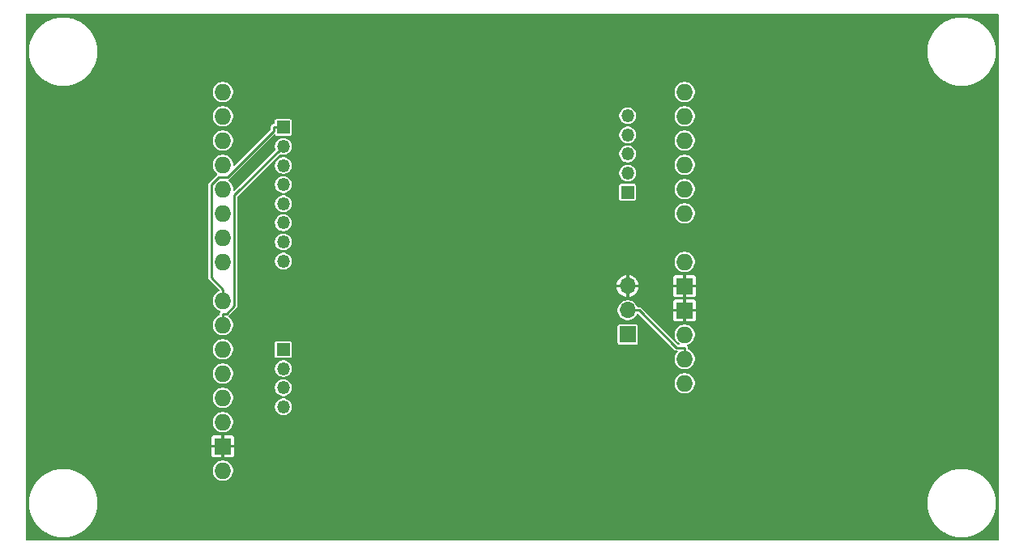
<source format=gbr>
%TF.GenerationSoftware,KiCad,Pcbnew,9.0.0*%
%TF.CreationDate,2025-04-10T11:28:11-04:00*%
%TF.ProjectId,Arduino_LCD,41726475-696e-46f5-9f4c-43442e6b6963,rev?*%
%TF.SameCoordinates,Original*%
%TF.FileFunction,Copper,L2,Bot*%
%TF.FilePolarity,Positive*%
%FSLAX46Y46*%
G04 Gerber Fmt 4.6, Leading zero omitted, Abs format (unit mm)*
G04 Created by KiCad (PCBNEW 9.0.0) date 2025-04-10 11:28:11*
%MOMM*%
%LPD*%
G01*
G04 APERTURE LIST*
%TA.AperFunction,ComponentPad*%
%ADD10R,1.350000X1.350000*%
%TD*%
%TA.AperFunction,ComponentPad*%
%ADD11O,1.350000X1.350000*%
%TD*%
%TA.AperFunction,ComponentPad*%
%ADD12O,1.727200X1.727200*%
%TD*%
%TA.AperFunction,ComponentPad*%
%ADD13R,1.727200X1.727200*%
%TD*%
%TA.AperFunction,ComponentPad*%
%ADD14O,1.700000X1.700000*%
%TD*%
%TA.AperFunction,ComponentPad*%
%ADD15R,1.700000X1.700000*%
%TD*%
%TA.AperFunction,Conductor*%
%ADD16C,0.250000*%
%TD*%
G04 APERTURE END LIST*
D10*
%TO.P,P5,1,Pin_1*%
%TO.N,Net-(P2-D0)*%
X120000000Y-89300000D03*
D11*
%TO.P,P5,2,Pin_2*%
%TO.N,Net-(P2-D1)*%
X120000000Y-91300000D03*
%TO.P,P5,3,Pin_3*%
%TO.N,Net-(P2-D2)*%
X120000000Y-93300000D03*
%TO.P,P5,4,Pin_4*%
%TO.N,Net-(P2-D3)*%
X120000000Y-95300000D03*
%TO.P,P5,5,Pin_5*%
%TO.N,Net-(P2-D4)*%
X120000000Y-97300000D03*
%TO.P,P5,6,Pin_6*%
%TO.N,Net-(P2-D5)*%
X120000000Y-99300000D03*
%TO.P,P5,7,Pin_7*%
%TO.N,Net-(P2-D6)*%
X120000000Y-101300000D03*
%TO.P,P5,8,Pin_8*%
%TO.N,Net-(P2-D7)*%
X120000000Y-103300000D03*
%TD*%
D10*
%TO.P,P4,1,Pin_1*%
%TO.N,/SPI2.CS*%
X120000000Y-112550000D03*
D11*
%TO.P,P4,2,Pin_2*%
%TO.N,/SPI2.MOSI*%
X120000000Y-114550000D03*
%TO.P,P4,3,Pin_3*%
%TO.N,/SPI2.MISO*%
X120000000Y-116550000D03*
%TO.P,P4,4,Pin_4*%
%TO.N,/SPI2.CLK*%
X120000000Y-118550000D03*
%TD*%
D10*
%TO.P,P3,1,Pin_1*%
%TO.N,/LCD_RD*%
X156000000Y-96100000D03*
D11*
%TO.P,P3,2,Pin_2*%
%TO.N,/LCD_WR*%
X156000000Y-94100000D03*
%TO.P,P3,3,Pin_3*%
%TO.N,/LCD_RS*%
X156000000Y-92100000D03*
%TO.P,P3,4,Pin_4*%
%TO.N,/LCD_CS*%
X156000000Y-90100000D03*
%TO.P,P3,5,Pin_5*%
%TO.N,/LCD_RST*%
X156000000Y-88100000D03*
%TD*%
D12*
%TO.P,P2,1,NC*%
%TO.N,unconnected-(P2-NC-Pad1)*%
X113700000Y-85600000D03*
%TO.P,P2,2,NC*%
%TO.N,unconnected-(P2-NC-Pad2)*%
X113700000Y-88140000D03*
%TO.P,P2,3,D2*%
%TO.N,Net-(P2-D2)*%
X113700000Y-90680000D03*
%TO.P,P2,4,D3*%
%TO.N,Net-(P2-D3)*%
X113700000Y-93220000D03*
%TO.P,P2,5,D4*%
%TO.N,Net-(P2-D4)*%
X113700000Y-95760000D03*
%TO.P,P2,6,D5*%
%TO.N,Net-(P2-D5)*%
X113700000Y-98300000D03*
%TO.P,P2,7,D6*%
%TO.N,Net-(P2-D6)*%
X113700000Y-100840000D03*
%TO.P,P2,8,D7*%
%TO.N,Net-(P2-D7)*%
X113700000Y-103380000D03*
%TO.P,P2,9,D0*%
%TO.N,Net-(P2-D0)*%
X113700000Y-107444000D03*
%TO.P,P2,10,D1*%
%TO.N,Net-(P2-D1)*%
X113700000Y-109984000D03*
%TO.P,P2,11,~{SD_CS}*%
%TO.N,/SPI2.CS*%
X113700000Y-112524000D03*
%TO.P,P2,12,SD_MOSI*%
%TO.N,/SPI2.MOSI*%
X113700000Y-115064000D03*
%TO.P,P2,13,SD_MISO*%
%TO.N,/SPI2.MISO*%
X113700000Y-117604000D03*
%TO.P,P2,14,SD_SCK*%
%TO.N,/SPI2.CLK*%
X113700000Y-120144000D03*
D13*
%TO.P,P2,15,GND*%
%TO.N,GND*%
X113700000Y-122684000D03*
D12*
%TO.P,P2,16,NC*%
%TO.N,unconnected-(P2-NC-Pad16)*%
X113700000Y-125224000D03*
%TO.P,P2,17,NC*%
%TO.N,unconnected-(P2-NC-Pad17)*%
X161960000Y-116080000D03*
%TO.P,P2,18,3.3V*%
%TO.N,+3V3*%
X161960000Y-113540000D03*
%TO.P,P2,19,5V*%
%TO.N,+5V*%
X161960000Y-111000000D03*
D13*
%TO.P,P2,20,GND*%
%TO.N,GND*%
X161960000Y-108460000D03*
%TO.P,P2,21,GND*%
X161960000Y-105920000D03*
D12*
%TO.P,P2,22,NC*%
%TO.N,unconnected-(P2-NC-Pad22)*%
X161960000Y-103380000D03*
%TO.P,P2,23,~{LCD_RD}*%
%TO.N,/LCD_RD*%
X161960000Y-98300000D03*
%TO.P,P2,24,~{LCD_WR}*%
%TO.N,/LCD_WR*%
X161960000Y-95760000D03*
%TO.P,P2,25,LCD_RS*%
%TO.N,/LCD_RS*%
X161960000Y-93220000D03*
%TO.P,P2,26,~{LCD_CS}*%
%TO.N,/LCD_CS*%
X161960000Y-90680000D03*
%TO.P,P2,27,LCD_RST*%
%TO.N,/LCD_RST*%
X161960000Y-88140000D03*
%TO.P,P2,28,NC*%
%TO.N,unconnected-(P2-NC-Pad28)*%
X161960000Y-85600000D03*
%TD*%
D14*
%TO.P,P8,3,Pin_3*%
%TO.N,GND*%
X156000000Y-105910000D03*
%TO.P,P8,2,Pin_2*%
%TO.N,+3V3*%
X156000000Y-108450000D03*
D15*
%TO.P,P8,1,Pin_1*%
%TO.N,+5V*%
X156000000Y-110990000D03*
%TD*%
D16*
%TO.N,+3V3*%
X161076400Y-112349700D02*
X161960000Y-112349700D01*
X157176700Y-108450000D02*
X161076400Y-112349700D01*
X156000000Y-108450000D02*
X157176700Y-108450000D01*
X161960000Y-113540000D02*
X161960000Y-112349700D01*
%TO.N,Net-(P2-D0)*%
X118998300Y-89675600D02*
X118998300Y-89300000D01*
X114183900Y-94490000D02*
X118998300Y-89675600D01*
X113270300Y-94490000D02*
X114183900Y-94490000D01*
X112470900Y-95289400D02*
X113270300Y-94490000D01*
X112470900Y-105024600D02*
X112470900Y-95289400D01*
X113700000Y-106253700D02*
X112470900Y-105024600D01*
X113700000Y-107444000D02*
X113700000Y-106253700D01*
X120000000Y-89300000D02*
X118998300Y-89300000D01*
%TO.N,Net-(P2-D1)*%
X114890300Y-96409700D02*
X120000000Y-91300000D01*
X114890300Y-107975500D02*
X114890300Y-96409700D01*
X114072100Y-108793700D02*
X114890300Y-107975500D01*
X113700000Y-108793700D02*
X114072100Y-108793700D01*
X113700000Y-109984000D02*
X113700000Y-108793700D01*
%TD*%
%TA.AperFunction,Conductor*%
%TO.N,GND*%
G36*
X194747294Y-77472406D02*
G01*
X194765600Y-77516600D01*
X194765600Y-132490600D01*
X194747294Y-132534794D01*
X194703100Y-132553100D01*
X93139100Y-132553100D01*
X93094906Y-132534794D01*
X93076600Y-132490600D01*
X93076600Y-128452950D01*
X93425600Y-128452950D01*
X93425600Y-128804249D01*
X93460032Y-129153860D01*
X93528566Y-129498408D01*
X93528570Y-129498423D01*
X93630549Y-129834602D01*
X93630551Y-129834607D01*
X93630553Y-129834613D01*
X93764987Y-130159165D01*
X93930589Y-130468984D01*
X93930589Y-130468985D01*
X93930592Y-130468990D01*
X93930593Y-130468991D01*
X94125768Y-130761092D01*
X94125771Y-130761096D01*
X94125772Y-130761097D01*
X94125774Y-130761100D01*
X94263036Y-130928354D01*
X94348634Y-131032655D01*
X94597045Y-131281066D01*
X94868608Y-131503932D01*
X95160709Y-131699107D01*
X95160711Y-131699108D01*
X95160714Y-131699110D01*
X95207862Y-131724311D01*
X95470533Y-131864712D01*
X95795086Y-131999146D01*
X95795085Y-131999146D01*
X95795088Y-131999147D01*
X95795098Y-131999151D01*
X96131277Y-132101130D01*
X96131286Y-132101131D01*
X96131291Y-132101133D01*
X96223240Y-132119422D01*
X96475832Y-132169666D01*
X96475837Y-132169666D01*
X96475840Y-132169667D01*
X96475838Y-132169667D01*
X96653928Y-132187206D01*
X96825447Y-132204100D01*
X96825451Y-132204100D01*
X97176749Y-132204100D01*
X97176753Y-132204100D01*
X97404020Y-132181716D01*
X97526360Y-132169667D01*
X97526362Y-132169666D01*
X97526368Y-132169666D01*
X97870923Y-132101130D01*
X98207102Y-131999151D01*
X98531667Y-131864712D01*
X98841491Y-131699107D01*
X99133592Y-131503932D01*
X99405155Y-131281066D01*
X99653566Y-131032655D01*
X99876432Y-130761092D01*
X100071607Y-130468991D01*
X100237212Y-130159167D01*
X100371651Y-129834602D01*
X100473630Y-129498423D01*
X100542166Y-129153868D01*
X100576600Y-128804253D01*
X100576600Y-128452950D01*
X187325600Y-128452950D01*
X187325600Y-128804249D01*
X187360032Y-129153860D01*
X187428566Y-129498408D01*
X187428570Y-129498423D01*
X187530549Y-129834602D01*
X187530551Y-129834607D01*
X187530553Y-129834613D01*
X187664987Y-130159165D01*
X187830589Y-130468984D01*
X187830589Y-130468985D01*
X187830592Y-130468990D01*
X187830593Y-130468991D01*
X188025768Y-130761092D01*
X188025771Y-130761096D01*
X188025772Y-130761097D01*
X188025774Y-130761100D01*
X188163036Y-130928354D01*
X188248634Y-131032655D01*
X188497045Y-131281066D01*
X188768608Y-131503932D01*
X189060709Y-131699107D01*
X189060711Y-131699108D01*
X189060714Y-131699110D01*
X189107862Y-131724311D01*
X189370533Y-131864712D01*
X189695086Y-131999146D01*
X189695085Y-131999146D01*
X189695088Y-131999147D01*
X189695098Y-131999151D01*
X190031277Y-132101130D01*
X190031286Y-132101131D01*
X190031291Y-132101133D01*
X190123240Y-132119422D01*
X190375832Y-132169666D01*
X190375837Y-132169666D01*
X190375840Y-132169667D01*
X190375838Y-132169667D01*
X190553928Y-132187206D01*
X190725447Y-132204100D01*
X190725451Y-132204100D01*
X191076749Y-132204100D01*
X191076753Y-132204100D01*
X191304020Y-132181716D01*
X191426360Y-132169667D01*
X191426362Y-132169666D01*
X191426368Y-132169666D01*
X191770923Y-132101130D01*
X192107102Y-131999151D01*
X192431667Y-131864712D01*
X192741491Y-131699107D01*
X193033592Y-131503932D01*
X193305155Y-131281066D01*
X193553566Y-131032655D01*
X193776432Y-130761092D01*
X193971607Y-130468991D01*
X194137212Y-130159167D01*
X194271651Y-129834602D01*
X194373630Y-129498423D01*
X194442166Y-129153868D01*
X194476600Y-128804253D01*
X194476600Y-128452947D01*
X194442166Y-128103332D01*
X194373630Y-127758777D01*
X194271651Y-127422598D01*
X194137212Y-127098033D01*
X193971607Y-126788209D01*
X193776432Y-126496108D01*
X193553566Y-126224545D01*
X193305155Y-125976134D01*
X193305149Y-125976129D01*
X193033600Y-125753274D01*
X193033597Y-125753272D01*
X193033596Y-125753271D01*
X193033592Y-125753268D01*
X192741491Y-125558093D01*
X192741490Y-125558092D01*
X192741485Y-125558089D01*
X192431665Y-125392487D01*
X192107113Y-125258053D01*
X192107114Y-125258053D01*
X192107105Y-125258050D01*
X192107102Y-125258049D01*
X191836406Y-125175934D01*
X191770924Y-125156070D01*
X191770908Y-125156066D01*
X191426359Y-125087532D01*
X191426361Y-125087532D01*
X191157554Y-125061058D01*
X191076753Y-125053100D01*
X190725447Y-125053100D01*
X190644645Y-125061058D01*
X190375839Y-125087532D01*
X190031291Y-125156066D01*
X190031275Y-125156070D01*
X189859345Y-125208225D01*
X189695098Y-125258049D01*
X189695094Y-125258050D01*
X189695086Y-125258053D01*
X189370534Y-125392487D01*
X189060715Y-125558089D01*
X189060714Y-125558089D01*
X188768602Y-125753272D01*
X188768599Y-125753274D01*
X188497050Y-125976129D01*
X188497043Y-125976135D01*
X188248635Y-126224543D01*
X188248629Y-126224550D01*
X188025774Y-126496099D01*
X188025772Y-126496102D01*
X187830589Y-126788214D01*
X187830589Y-126788215D01*
X187664987Y-127098034D01*
X187530553Y-127422586D01*
X187428570Y-127758775D01*
X187428566Y-127758791D01*
X187360032Y-128103339D01*
X187325600Y-128452950D01*
X100576600Y-128452950D01*
X100576600Y-128452947D01*
X100542166Y-128103332D01*
X100473630Y-127758777D01*
X100371651Y-127422598D01*
X100237212Y-127098033D01*
X100071607Y-126788209D01*
X99876432Y-126496108D01*
X99653566Y-126224545D01*
X99405155Y-125976134D01*
X99405149Y-125976129D01*
X99133600Y-125753274D01*
X99133597Y-125753272D01*
X99133596Y-125753271D01*
X99133592Y-125753268D01*
X98841491Y-125558093D01*
X98841490Y-125558092D01*
X98841485Y-125558089D01*
X98531665Y-125392487D01*
X98207113Y-125258053D01*
X98207114Y-125258053D01*
X98207105Y-125258050D01*
X98207102Y-125258049D01*
X97895229Y-125163443D01*
X97870924Y-125156070D01*
X97870908Y-125156066D01*
X97685537Y-125119194D01*
X112635900Y-125119194D01*
X112635900Y-125328805D01*
X112676792Y-125534385D01*
X112757007Y-125728040D01*
X112757008Y-125728043D01*
X112873458Y-125902323D01*
X113021676Y-126050541D01*
X113195956Y-126166991D01*
X113195958Y-126166991D01*
X113195960Y-126166993D01*
X113389613Y-126247207D01*
X113595195Y-126288100D01*
X113804805Y-126288100D01*
X114010387Y-126247207D01*
X114204040Y-126166993D01*
X114378324Y-126050541D01*
X114526541Y-125902324D01*
X114642993Y-125728040D01*
X114723207Y-125534387D01*
X114764100Y-125328805D01*
X114764100Y-125119195D01*
X114723207Y-124913613D01*
X114642993Y-124719960D01*
X114642991Y-124719958D01*
X114642991Y-124719956D01*
X114526541Y-124545676D01*
X114378323Y-124397458D01*
X114204043Y-124281008D01*
X114204040Y-124281007D01*
X114010385Y-124200792D01*
X113804805Y-124159900D01*
X113595195Y-124159900D01*
X113389614Y-124200792D01*
X113195959Y-124281007D01*
X113195956Y-124281008D01*
X113021676Y-124397458D01*
X112873458Y-124545676D01*
X112757008Y-124719956D01*
X112757007Y-124719959D01*
X112676792Y-124913614D01*
X112635900Y-125119194D01*
X97685537Y-125119194D01*
X97526359Y-125087532D01*
X97526361Y-125087532D01*
X97257554Y-125061058D01*
X97176753Y-125053100D01*
X96825447Y-125053100D01*
X96744645Y-125061058D01*
X96475839Y-125087532D01*
X96131291Y-125156066D01*
X96131275Y-125156070D01*
X95959345Y-125208225D01*
X95795098Y-125258049D01*
X95795094Y-125258050D01*
X95795086Y-125258053D01*
X95470534Y-125392487D01*
X95160715Y-125558089D01*
X95160714Y-125558089D01*
X94868602Y-125753272D01*
X94868599Y-125753274D01*
X94597050Y-125976129D01*
X94597043Y-125976135D01*
X94348635Y-126224543D01*
X94348629Y-126224550D01*
X94125774Y-126496099D01*
X94125772Y-126496102D01*
X93930589Y-126788214D01*
X93930589Y-126788215D01*
X93764987Y-127098034D01*
X93630553Y-127422586D01*
X93528570Y-127758775D01*
X93528566Y-127758791D01*
X93460032Y-128103339D01*
X93425600Y-128452950D01*
X93076600Y-128452950D01*
X93076600Y-121775011D01*
X112532400Y-121775011D01*
X112532400Y-122532000D01*
X113214808Y-122532000D01*
X113192000Y-122617120D01*
X113192000Y-122750880D01*
X113214808Y-122836000D01*
X112532401Y-122836000D01*
X112532401Y-123592988D01*
X112535349Y-123618407D01*
X112535349Y-123618408D01*
X112581257Y-123722378D01*
X112661621Y-123802742D01*
X112765594Y-123848651D01*
X112791011Y-123851599D01*
X113548000Y-123851599D01*
X113548000Y-123169192D01*
X113633120Y-123192000D01*
X113766880Y-123192000D01*
X113852000Y-123169192D01*
X113852000Y-123851599D01*
X114608988Y-123851599D01*
X114634407Y-123848650D01*
X114634408Y-123848650D01*
X114738378Y-123802742D01*
X114818742Y-123722378D01*
X114864651Y-123618405D01*
X114867600Y-123592988D01*
X114867600Y-122836000D01*
X114185192Y-122836000D01*
X114208000Y-122750880D01*
X114208000Y-122617120D01*
X114185192Y-122532000D01*
X114867599Y-122532000D01*
X114867599Y-121775011D01*
X114864650Y-121749592D01*
X114864650Y-121749591D01*
X114818742Y-121645621D01*
X114738378Y-121565257D01*
X114634405Y-121519348D01*
X114608989Y-121516400D01*
X113852000Y-121516400D01*
X113852000Y-122198807D01*
X113766880Y-122176000D01*
X113633120Y-122176000D01*
X113548000Y-122198807D01*
X113548000Y-121516400D01*
X112791011Y-121516400D01*
X112765592Y-121519349D01*
X112765591Y-121519349D01*
X112661621Y-121565257D01*
X112581257Y-121645621D01*
X112535348Y-121749594D01*
X112532400Y-121775011D01*
X93076600Y-121775011D01*
X93076600Y-120039194D01*
X112635900Y-120039194D01*
X112635900Y-120248805D01*
X112676792Y-120454385D01*
X112757007Y-120648040D01*
X112757008Y-120648043D01*
X112873458Y-120822323D01*
X113021676Y-120970541D01*
X113195956Y-121086991D01*
X113195958Y-121086991D01*
X113195960Y-121086993D01*
X113389613Y-121167207D01*
X113595195Y-121208100D01*
X113804805Y-121208100D01*
X114010387Y-121167207D01*
X114204040Y-121086993D01*
X114378324Y-120970541D01*
X114526541Y-120822324D01*
X114642993Y-120648040D01*
X114723207Y-120454387D01*
X114764100Y-120248805D01*
X114764100Y-120039195D01*
X114723207Y-119833613D01*
X114642993Y-119639960D01*
X114642991Y-119639958D01*
X114642991Y-119639956D01*
X114526541Y-119465676D01*
X114378323Y-119317458D01*
X114204043Y-119201008D01*
X114204040Y-119201007D01*
X114010385Y-119120792D01*
X113804805Y-119079900D01*
X113595195Y-119079900D01*
X113389614Y-119120792D01*
X113195959Y-119201007D01*
X113195956Y-119201008D01*
X113021676Y-119317458D01*
X112873458Y-119465676D01*
X112757008Y-119639956D01*
X112757007Y-119639959D01*
X112676792Y-119833614D01*
X112635900Y-120039194D01*
X93076600Y-120039194D01*
X93076600Y-117499194D01*
X112635900Y-117499194D01*
X112635900Y-117708805D01*
X112676792Y-117914385D01*
X112757007Y-118108040D01*
X112757008Y-118108043D01*
X112873458Y-118282323D01*
X113021676Y-118430541D01*
X113195956Y-118546991D01*
X113195958Y-118546991D01*
X113195960Y-118546993D01*
X113389613Y-118627207D01*
X113595195Y-118668100D01*
X113804805Y-118668100D01*
X114010387Y-118627207D01*
X114204040Y-118546993D01*
X114328593Y-118463770D01*
X119124500Y-118463770D01*
X119124500Y-118636229D01*
X119158144Y-118805372D01*
X119158144Y-118805373D01*
X119224142Y-118964705D01*
X119319955Y-119108099D01*
X119441901Y-119230045D01*
X119585295Y-119325858D01*
X119744626Y-119391855D01*
X119913771Y-119425500D01*
X120086229Y-119425500D01*
X120255374Y-119391855D01*
X120414705Y-119325858D01*
X120558099Y-119230045D01*
X120680045Y-119108099D01*
X120775858Y-118964705D01*
X120841855Y-118805374D01*
X120875500Y-118636229D01*
X120875500Y-118463771D01*
X120841855Y-118294626D01*
X120775858Y-118135295D01*
X120680045Y-117991901D01*
X120558099Y-117869955D01*
X120558098Y-117869954D01*
X120414707Y-117774143D01*
X120414705Y-117774142D01*
X120255372Y-117708144D01*
X120086229Y-117674500D01*
X119913771Y-117674500D01*
X119744627Y-117708144D01*
X119744626Y-117708144D01*
X119585294Y-117774142D01*
X119585292Y-117774143D01*
X119441901Y-117869954D01*
X119319954Y-117991901D01*
X119224143Y-118135292D01*
X119224142Y-118135294D01*
X119158144Y-118294626D01*
X119158144Y-118294627D01*
X119124500Y-118463770D01*
X114328593Y-118463770D01*
X114378324Y-118430541D01*
X114526541Y-118282324D01*
X114642993Y-118108040D01*
X114723207Y-117914387D01*
X114764100Y-117708805D01*
X114764100Y-117499195D01*
X114723207Y-117293613D01*
X114642993Y-117099960D01*
X114642991Y-117099958D01*
X114642991Y-117099956D01*
X114526541Y-116925676D01*
X114378323Y-116777458D01*
X114204043Y-116661008D01*
X114204040Y-116661007D01*
X114010385Y-116580792D01*
X113804805Y-116539900D01*
X113595195Y-116539900D01*
X113389614Y-116580792D01*
X113195959Y-116661007D01*
X113195956Y-116661008D01*
X113021676Y-116777458D01*
X112873458Y-116925676D01*
X112757008Y-117099956D01*
X112757007Y-117099959D01*
X112676792Y-117293614D01*
X112635900Y-117499194D01*
X93076600Y-117499194D01*
X93076600Y-116463770D01*
X119124500Y-116463770D01*
X119124500Y-116636229D01*
X119158144Y-116805372D01*
X119158144Y-116805373D01*
X119224142Y-116964705D01*
X119224143Y-116964707D01*
X119316686Y-117103207D01*
X119319955Y-117108099D01*
X119441901Y-117230045D01*
X119585295Y-117325858D01*
X119744626Y-117391855D01*
X119913771Y-117425500D01*
X120086229Y-117425500D01*
X120255374Y-117391855D01*
X120414705Y-117325858D01*
X120558099Y-117230045D01*
X120680045Y-117108099D01*
X120775858Y-116964705D01*
X120841855Y-116805374D01*
X120875500Y-116636229D01*
X120875500Y-116463771D01*
X120841855Y-116294626D01*
X120775858Y-116135295D01*
X120680045Y-115991901D01*
X120663338Y-115975194D01*
X160895900Y-115975194D01*
X160895900Y-116184805D01*
X160936792Y-116390385D01*
X161017007Y-116584040D01*
X161017008Y-116584043D01*
X161133458Y-116758323D01*
X161281676Y-116906541D01*
X161455956Y-117022991D01*
X161455958Y-117022991D01*
X161455960Y-117022993D01*
X161649613Y-117103207D01*
X161855195Y-117144100D01*
X162064805Y-117144100D01*
X162270387Y-117103207D01*
X162464040Y-117022993D01*
X162638324Y-116906541D01*
X162786541Y-116758324D01*
X162902993Y-116584040D01*
X162983207Y-116390387D01*
X163024100Y-116184805D01*
X163024100Y-115975195D01*
X162983207Y-115769613D01*
X162902993Y-115575960D01*
X162902991Y-115575958D01*
X162902991Y-115575956D01*
X162786541Y-115401676D01*
X162638323Y-115253458D01*
X162464043Y-115137008D01*
X162464040Y-115137007D01*
X162270385Y-115056792D01*
X162064805Y-115015900D01*
X161855195Y-115015900D01*
X161649614Y-115056792D01*
X161455959Y-115137007D01*
X161455956Y-115137008D01*
X161281676Y-115253458D01*
X161133458Y-115401676D01*
X161017008Y-115575956D01*
X161017007Y-115575959D01*
X160936792Y-115769614D01*
X160895900Y-115975194D01*
X120663338Y-115975194D01*
X120558099Y-115869955D01*
X120558098Y-115869954D01*
X120414707Y-115774143D01*
X120414705Y-115774142D01*
X120255372Y-115708144D01*
X120086229Y-115674500D01*
X119913771Y-115674500D01*
X119744627Y-115708144D01*
X119744626Y-115708144D01*
X119585294Y-115774142D01*
X119585292Y-115774143D01*
X119441901Y-115869954D01*
X119319954Y-115991901D01*
X119224143Y-116135292D01*
X119224142Y-116135294D01*
X119158144Y-116294626D01*
X119158144Y-116294627D01*
X119124500Y-116463770D01*
X93076600Y-116463770D01*
X93076600Y-114959194D01*
X112635900Y-114959194D01*
X112635900Y-115168805D01*
X112676792Y-115374385D01*
X112757007Y-115568040D01*
X112757008Y-115568043D01*
X112873458Y-115742323D01*
X113021676Y-115890541D01*
X113195956Y-116006991D01*
X113195958Y-116006991D01*
X113195960Y-116006993D01*
X113389613Y-116087207D01*
X113595195Y-116128100D01*
X113804805Y-116128100D01*
X114010387Y-116087207D01*
X114204040Y-116006993D01*
X114378324Y-115890541D01*
X114526541Y-115742324D01*
X114642993Y-115568040D01*
X114723207Y-115374387D01*
X114764100Y-115168805D01*
X114764100Y-114959195D01*
X114723207Y-114753613D01*
X114642993Y-114559960D01*
X114642991Y-114559958D01*
X114642991Y-114559956D01*
X114599872Y-114495424D01*
X114578722Y-114463770D01*
X119124500Y-114463770D01*
X119124500Y-114636229D01*
X119158144Y-114805372D01*
X119158144Y-114805373D01*
X119224142Y-114964705D01*
X119224143Y-114964707D01*
X119285673Y-115056793D01*
X119319955Y-115108099D01*
X119441901Y-115230045D01*
X119585295Y-115325858D01*
X119744626Y-115391855D01*
X119913771Y-115425500D01*
X120086229Y-115425500D01*
X120255374Y-115391855D01*
X120414705Y-115325858D01*
X120558099Y-115230045D01*
X120680045Y-115108099D01*
X120775858Y-114964705D01*
X120841855Y-114805374D01*
X120875500Y-114636229D01*
X120875500Y-114463771D01*
X120841855Y-114294626D01*
X120775858Y-114135295D01*
X120680045Y-113991901D01*
X120558099Y-113869955D01*
X120558098Y-113869954D01*
X120414707Y-113774143D01*
X120414705Y-113774142D01*
X120255372Y-113708144D01*
X120086229Y-113674500D01*
X119913771Y-113674500D01*
X119744627Y-113708144D01*
X119744626Y-113708144D01*
X119585294Y-113774142D01*
X119585292Y-113774143D01*
X119441901Y-113869954D01*
X119319954Y-113991901D01*
X119224143Y-114135292D01*
X119224142Y-114135294D01*
X119158144Y-114294626D01*
X119158144Y-114294627D01*
X119124500Y-114463770D01*
X114578722Y-114463770D01*
X114526541Y-114385676D01*
X114378323Y-114237458D01*
X114204043Y-114121008D01*
X114204040Y-114121007D01*
X114010385Y-114040792D01*
X113804805Y-113999900D01*
X113595195Y-113999900D01*
X113389614Y-114040792D01*
X113195959Y-114121007D01*
X113195956Y-114121008D01*
X113021676Y-114237458D01*
X112873458Y-114385676D01*
X112757008Y-114559956D01*
X112757007Y-114559959D01*
X112676792Y-114753614D01*
X112635900Y-114959194D01*
X93076600Y-114959194D01*
X93076600Y-112419194D01*
X112635900Y-112419194D01*
X112635900Y-112628805D01*
X112676792Y-112834385D01*
X112757007Y-113028040D01*
X112757008Y-113028043D01*
X112873458Y-113202323D01*
X113021676Y-113350541D01*
X113195956Y-113466991D01*
X113195958Y-113466991D01*
X113195960Y-113466993D01*
X113389613Y-113547207D01*
X113595195Y-113588100D01*
X113804805Y-113588100D01*
X114010387Y-113547207D01*
X114204040Y-113466993D01*
X114378324Y-113350541D01*
X114526541Y-113202324D01*
X114642993Y-113028040D01*
X114723207Y-112834387D01*
X114764100Y-112628805D01*
X114764100Y-112419195D01*
X114723207Y-112213613D01*
X114642993Y-112019960D01*
X114642991Y-112019958D01*
X114642991Y-112019956D01*
X114554089Y-111886905D01*
X114535943Y-111859748D01*
X114532938Y-111855251D01*
X119124500Y-111855251D01*
X119124500Y-113244748D01*
X119136132Y-113303230D01*
X119136133Y-113303232D01*
X119180447Y-113369552D01*
X119246767Y-113413866D01*
X119246769Y-113413867D01*
X119305252Y-113425500D01*
X120694748Y-113425500D01*
X120753231Y-113413867D01*
X120819552Y-113369552D01*
X120863867Y-113303231D01*
X120875500Y-113244748D01*
X120875500Y-111855252D01*
X120863867Y-111796769D01*
X120863866Y-111796767D01*
X120819552Y-111730447D01*
X120753232Y-111686133D01*
X120753230Y-111686132D01*
X120694748Y-111674500D01*
X119305252Y-111674500D01*
X119246769Y-111686132D01*
X119246767Y-111686133D01*
X119180447Y-111730447D01*
X119136133Y-111796767D01*
X119136132Y-111796769D01*
X119124500Y-111855251D01*
X114532938Y-111855251D01*
X114526541Y-111845676D01*
X114378324Y-111697459D01*
X114378323Y-111697458D01*
X114204043Y-111581008D01*
X114204040Y-111581007D01*
X114010385Y-111500792D01*
X113804805Y-111459900D01*
X113595195Y-111459900D01*
X113389614Y-111500792D01*
X113195959Y-111581007D01*
X113195956Y-111581008D01*
X113021676Y-111697458D01*
X112873458Y-111845676D01*
X112757008Y-112019956D01*
X112757007Y-112019959D01*
X112676792Y-112213614D01*
X112635900Y-112419194D01*
X93076600Y-112419194D01*
X93076600Y-95246543D01*
X112145400Y-95246543D01*
X112145400Y-105067451D01*
X112145401Y-105067459D01*
X112167580Y-105150235D01*
X112167584Y-105150244D01*
X112210432Y-105224458D01*
X112210439Y-105224467D01*
X113335601Y-106349628D01*
X113353907Y-106393822D01*
X113335601Y-106438016D01*
X113315325Y-106451564D01*
X113195959Y-106501007D01*
X113195956Y-106501008D01*
X113021676Y-106617458D01*
X112873458Y-106765676D01*
X112757008Y-106939956D01*
X112757007Y-106939959D01*
X112676792Y-107133614D01*
X112635900Y-107339194D01*
X112635900Y-107548805D01*
X112676792Y-107754385D01*
X112757007Y-107948040D01*
X112757008Y-107948043D01*
X112873458Y-108122323D01*
X113021676Y-108270541D01*
X113195956Y-108386991D01*
X113195958Y-108386991D01*
X113195960Y-108386993D01*
X113389613Y-108467207D01*
X113409595Y-108471181D01*
X113422190Y-108473687D01*
X113461964Y-108500263D01*
X113471296Y-108547179D01*
X113454192Y-108579179D01*
X113439539Y-108593832D01*
X113439536Y-108593836D01*
X113396681Y-108668062D01*
X113396680Y-108668065D01*
X113374501Y-108750840D01*
X113374500Y-108750848D01*
X113374500Y-108925292D01*
X113356194Y-108969486D01*
X113335918Y-108983034D01*
X113195959Y-109041007D01*
X113195956Y-109041008D01*
X113021676Y-109157458D01*
X112873458Y-109305676D01*
X112757008Y-109479956D01*
X112757007Y-109479959D01*
X112676792Y-109673614D01*
X112635900Y-109879194D01*
X112635900Y-110088805D01*
X112676792Y-110294385D01*
X112757007Y-110488040D01*
X112757008Y-110488043D01*
X112873458Y-110662323D01*
X113021676Y-110810541D01*
X113195956Y-110926991D01*
X113195958Y-110926991D01*
X113195960Y-110926993D01*
X113389613Y-111007207D01*
X113595195Y-111048100D01*
X113804805Y-111048100D01*
X114010387Y-111007207D01*
X114204040Y-110926993D01*
X114378324Y-110810541D01*
X114526541Y-110662324D01*
X114642993Y-110488040D01*
X114723207Y-110294387D01*
X114757845Y-110120251D01*
X154949500Y-110120251D01*
X154949500Y-111859748D01*
X154961132Y-111918230D01*
X154961133Y-111918232D01*
X155005447Y-111984552D01*
X155071767Y-112028866D01*
X155071769Y-112028867D01*
X155130252Y-112040500D01*
X156869748Y-112040500D01*
X156928231Y-112028867D01*
X156994552Y-111984552D01*
X157038867Y-111918231D01*
X157050500Y-111859748D01*
X157050500Y-110120252D01*
X157038867Y-110061769D01*
X157035685Y-110057007D01*
X156994552Y-109995447D01*
X156928232Y-109951133D01*
X156928230Y-109951132D01*
X156869748Y-109939500D01*
X155130252Y-109939500D01*
X155071769Y-109951132D01*
X155071767Y-109951133D01*
X155005447Y-109995447D01*
X154961133Y-110061767D01*
X154961132Y-110061769D01*
X154949500Y-110120251D01*
X114757845Y-110120251D01*
X114764100Y-110088805D01*
X114764100Y-109879195D01*
X114723207Y-109673613D01*
X114642993Y-109479960D01*
X114642991Y-109479958D01*
X114642991Y-109479956D01*
X114526541Y-109305676D01*
X114378323Y-109157458D01*
X114315965Y-109115792D01*
X114289389Y-109076018D01*
X114298721Y-109029102D01*
X114306485Y-109019641D01*
X114979590Y-108346534D01*
X154949500Y-108346534D01*
X154949500Y-108553465D01*
X154989869Y-108756418D01*
X155069059Y-108947598D01*
X155069060Y-108947601D01*
X155184022Y-109119654D01*
X155330345Y-109265977D01*
X155502398Y-109380939D01*
X155502400Y-109380939D01*
X155502402Y-109380941D01*
X155693580Y-109460130D01*
X155896535Y-109500500D01*
X156103465Y-109500500D01*
X156306420Y-109460130D01*
X156497598Y-109380941D01*
X156669655Y-109265977D01*
X156815977Y-109119655D01*
X156930941Y-108947598D01*
X156978044Y-108833880D01*
X157011867Y-108800058D01*
X157059702Y-108800057D01*
X157079979Y-108813606D01*
X160813747Y-112547373D01*
X160813752Y-112547379D01*
X160813753Y-112547379D01*
X160815933Y-112549559D01*
X160815935Y-112549562D01*
X160876538Y-112610165D01*
X160950762Y-112653018D01*
X160976092Y-112659805D01*
X161033541Y-112675200D01*
X161033547Y-112675201D01*
X161123078Y-112675201D01*
X161123094Y-112675200D01*
X161169047Y-112675200D01*
X161213241Y-112693506D01*
X161231547Y-112737700D01*
X161213241Y-112781894D01*
X161133460Y-112861674D01*
X161133458Y-112861676D01*
X161017008Y-113035956D01*
X161017007Y-113035959D01*
X160936792Y-113229614D01*
X160895900Y-113435194D01*
X160895900Y-113644805D01*
X160936792Y-113850385D01*
X161017007Y-114044040D01*
X161017008Y-114044043D01*
X161133458Y-114218323D01*
X161281676Y-114366541D01*
X161455956Y-114482991D01*
X161455958Y-114482991D01*
X161455960Y-114482993D01*
X161649613Y-114563207D01*
X161855195Y-114604100D01*
X162064805Y-114604100D01*
X162270387Y-114563207D01*
X162464040Y-114482993D01*
X162638324Y-114366541D01*
X162786541Y-114218324D01*
X162902993Y-114044040D01*
X162983207Y-113850387D01*
X163024100Y-113644805D01*
X163024100Y-113435195D01*
X162983207Y-113229613D01*
X162902993Y-113035960D01*
X162902991Y-113035958D01*
X162902991Y-113035956D01*
X162786541Y-112861676D01*
X162638323Y-112713458D01*
X162464043Y-112597008D01*
X162464040Y-112597007D01*
X162324082Y-112539034D01*
X162290257Y-112505209D01*
X162285500Y-112481292D01*
X162285500Y-112306848D01*
X162285498Y-112306840D01*
X162263319Y-112224065D01*
X162263318Y-112224062D01*
X162257285Y-112213613D01*
X162220465Y-112149838D01*
X162220463Y-112149836D01*
X162220460Y-112149832D01*
X162205807Y-112135179D01*
X162187501Y-112090985D01*
X162205807Y-112046791D01*
X162237804Y-112029687D01*
X162270387Y-112023207D01*
X162464040Y-111942993D01*
X162638324Y-111826541D01*
X162786541Y-111678324D01*
X162902993Y-111504040D01*
X162983207Y-111310387D01*
X163024100Y-111104805D01*
X163024100Y-110895195D01*
X162983207Y-110689613D01*
X162902993Y-110495960D01*
X162902991Y-110495958D01*
X162902991Y-110495956D01*
X162786541Y-110321676D01*
X162638323Y-110173458D01*
X162464043Y-110057008D01*
X162464040Y-110057007D01*
X162270385Y-109976792D01*
X162064805Y-109935900D01*
X161855195Y-109935900D01*
X161649614Y-109976792D01*
X161455959Y-110057007D01*
X161455956Y-110057008D01*
X161281676Y-110173458D01*
X161133458Y-110321676D01*
X161017008Y-110495956D01*
X161017007Y-110495959D01*
X160936792Y-110689614D01*
X160895900Y-110895194D01*
X160895900Y-111104805D01*
X160936792Y-111310385D01*
X161017007Y-111504040D01*
X161017008Y-111504043D01*
X161133458Y-111678323D01*
X161281676Y-111826541D01*
X161406182Y-111909733D01*
X161432758Y-111949507D01*
X161423426Y-111996423D01*
X161383652Y-112022999D01*
X161371459Y-112024200D01*
X161237114Y-112024200D01*
X161192920Y-112005894D01*
X157817334Y-108630306D01*
X157376567Y-108189539D01*
X157376558Y-108189532D01*
X157302344Y-108146684D01*
X157302335Y-108146680D01*
X157219559Y-108124501D01*
X157219554Y-108124500D01*
X157219553Y-108124500D01*
X157219552Y-108124500D01*
X157043988Y-108124500D01*
X156999794Y-108106194D01*
X156986246Y-108085918D01*
X156930942Y-107952404D01*
X156930939Y-107952399D01*
X156815977Y-107780345D01*
X156669654Y-107634022D01*
X156620491Y-107601173D01*
X156545419Y-107551011D01*
X160792400Y-107551011D01*
X160792400Y-108308000D01*
X161474808Y-108308000D01*
X161452000Y-108393120D01*
X161452000Y-108526880D01*
X161474808Y-108612000D01*
X160792401Y-108612000D01*
X160792401Y-109368988D01*
X160795349Y-109394407D01*
X160795349Y-109394408D01*
X160841257Y-109498378D01*
X160921621Y-109578742D01*
X161025594Y-109624651D01*
X161051011Y-109627599D01*
X161808000Y-109627599D01*
X161808000Y-108945192D01*
X161893120Y-108968000D01*
X162026880Y-108968000D01*
X162112000Y-108945192D01*
X162112000Y-109627599D01*
X162868988Y-109627599D01*
X162894407Y-109624650D01*
X162894408Y-109624650D01*
X162998378Y-109578742D01*
X163078742Y-109498378D01*
X163124651Y-109394405D01*
X163127600Y-109368988D01*
X163127600Y-108612000D01*
X162445192Y-108612000D01*
X162468000Y-108526880D01*
X162468000Y-108393120D01*
X162445192Y-108308000D01*
X163127599Y-108308000D01*
X163127599Y-107551011D01*
X163124650Y-107525592D01*
X163124650Y-107525591D01*
X163078742Y-107421621D01*
X162998378Y-107341257D01*
X162894405Y-107295348D01*
X162868989Y-107292400D01*
X162112000Y-107292400D01*
X162112000Y-107974807D01*
X162026880Y-107952000D01*
X161893120Y-107952000D01*
X161808000Y-107974807D01*
X161808000Y-107292400D01*
X161051011Y-107292400D01*
X161025592Y-107295349D01*
X161025591Y-107295349D01*
X160921621Y-107341257D01*
X160841257Y-107421621D01*
X160795348Y-107525594D01*
X160792400Y-107551011D01*
X156545419Y-107551011D01*
X156497601Y-107519060D01*
X156497598Y-107519059D01*
X156306418Y-107439869D01*
X156103465Y-107399500D01*
X155896535Y-107399500D01*
X155693581Y-107439869D01*
X155502401Y-107519059D01*
X155502398Y-107519060D01*
X155330345Y-107634022D01*
X155184022Y-107780345D01*
X155069060Y-107952398D01*
X155069059Y-107952401D01*
X154989869Y-108143581D01*
X154949500Y-108346534D01*
X114979590Y-108346534D01*
X115085015Y-108241109D01*
X115085020Y-108241106D01*
X115090160Y-108235965D01*
X115090162Y-108235965D01*
X115150765Y-108175362D01*
X115193618Y-108101138D01*
X115201462Y-108071864D01*
X115215801Y-108018352D01*
X115215801Y-107932647D01*
X115215801Y-107928823D01*
X115215800Y-107928805D01*
X115215800Y-105757999D01*
X154855689Y-105757999D01*
X154855690Y-105758000D01*
X155523091Y-105758000D01*
X155500000Y-105844174D01*
X155500000Y-105975826D01*
X155523091Y-106062000D01*
X154855689Y-106062000D01*
X154874415Y-106180226D01*
X154874415Y-106180227D01*
X154930546Y-106352980D01*
X154930550Y-106352988D01*
X155013012Y-106514830D01*
X155119777Y-106661779D01*
X155119784Y-106661787D01*
X155248212Y-106790215D01*
X155248220Y-106790222D01*
X155395169Y-106896987D01*
X155557011Y-106979449D01*
X155557019Y-106979453D01*
X155729772Y-107035584D01*
X155847999Y-107054310D01*
X155848000Y-107054310D01*
X155848000Y-106386909D01*
X155934174Y-106410000D01*
X156065826Y-106410000D01*
X156152000Y-106386909D01*
X156152000Y-107054310D01*
X156270226Y-107035584D01*
X156270227Y-107035584D01*
X156442980Y-106979453D01*
X156442988Y-106979449D01*
X156604830Y-106896987D01*
X156751779Y-106790222D01*
X156751787Y-106790215D01*
X156880215Y-106661787D01*
X156880222Y-106661779D01*
X156986987Y-106514830D01*
X157069449Y-106352988D01*
X157069453Y-106352980D01*
X157125584Y-106180228D01*
X157144310Y-106062000D01*
X156476909Y-106062000D01*
X156500000Y-105975826D01*
X156500000Y-105844174D01*
X156476909Y-105758000D01*
X157144310Y-105758000D01*
X157144310Y-105757999D01*
X157125584Y-105639773D01*
X157125584Y-105639772D01*
X157069453Y-105467019D01*
X157069449Y-105467011D01*
X156986987Y-105305169D01*
X156880222Y-105158220D01*
X156880215Y-105158212D01*
X156751787Y-105029784D01*
X156751779Y-105029777D01*
X156725950Y-105011011D01*
X160792400Y-105011011D01*
X160792400Y-105768000D01*
X161474808Y-105768000D01*
X161452000Y-105853120D01*
X161452000Y-105986880D01*
X161474808Y-106072000D01*
X160792401Y-106072000D01*
X160792401Y-106828988D01*
X160795349Y-106854407D01*
X160795349Y-106854408D01*
X160841257Y-106958378D01*
X160921621Y-107038742D01*
X161025594Y-107084651D01*
X161051011Y-107087599D01*
X161808000Y-107087599D01*
X161808000Y-106405192D01*
X161893120Y-106428000D01*
X162026880Y-106428000D01*
X162112000Y-106405192D01*
X162112000Y-107087599D01*
X162868988Y-107087599D01*
X162894407Y-107084650D01*
X162894408Y-107084650D01*
X162998378Y-107038742D01*
X163078742Y-106958378D01*
X163124651Y-106854405D01*
X163127600Y-106828988D01*
X163127600Y-106072000D01*
X162445192Y-106072000D01*
X162468000Y-105986880D01*
X162468000Y-105853120D01*
X162445192Y-105768000D01*
X163127599Y-105768000D01*
X163127599Y-105011011D01*
X163124650Y-104985592D01*
X163124650Y-104985591D01*
X163078742Y-104881621D01*
X162998378Y-104801257D01*
X162894405Y-104755348D01*
X162868989Y-104752400D01*
X162112000Y-104752400D01*
X162112000Y-105434807D01*
X162026880Y-105412000D01*
X161893120Y-105412000D01*
X161808000Y-105434807D01*
X161808000Y-104752400D01*
X161051011Y-104752400D01*
X161025592Y-104755349D01*
X161025591Y-104755349D01*
X160921621Y-104801257D01*
X160841257Y-104881621D01*
X160795348Y-104985594D01*
X160792400Y-105011011D01*
X156725950Y-105011011D01*
X156604830Y-104923012D01*
X156442988Y-104840550D01*
X156442980Y-104840546D01*
X156270227Y-104784415D01*
X156270228Y-104784415D01*
X156152000Y-104765688D01*
X156152000Y-105433090D01*
X156065826Y-105410000D01*
X155934174Y-105410000D01*
X155848000Y-105433090D01*
X155848000Y-104765689D01*
X155847999Y-104765688D01*
X155729771Y-104784415D01*
X155557019Y-104840546D01*
X155557011Y-104840550D01*
X155395169Y-104923012D01*
X155248220Y-105029777D01*
X155248212Y-105029784D01*
X155119784Y-105158212D01*
X155119777Y-105158220D01*
X155013012Y-105305169D01*
X154930550Y-105467011D01*
X154930546Y-105467019D01*
X154874415Y-105639772D01*
X154874415Y-105639773D01*
X154855689Y-105757999D01*
X115215800Y-105757999D01*
X115215800Y-103213770D01*
X119124500Y-103213770D01*
X119124500Y-103386229D01*
X119158144Y-103555372D01*
X119158144Y-103555373D01*
X119214068Y-103690385D01*
X119224142Y-103714705D01*
X119319955Y-103858099D01*
X119441901Y-103980045D01*
X119585295Y-104075858D01*
X119744626Y-104141855D01*
X119913771Y-104175500D01*
X120086229Y-104175500D01*
X120255374Y-104141855D01*
X120414705Y-104075858D01*
X120558099Y-103980045D01*
X120680045Y-103858099D01*
X120775858Y-103714705D01*
X120841855Y-103555374D01*
X120875500Y-103386229D01*
X120875500Y-103275194D01*
X160895900Y-103275194D01*
X160895900Y-103484805D01*
X160936792Y-103690385D01*
X161017007Y-103884040D01*
X161017008Y-103884043D01*
X161133458Y-104058323D01*
X161281676Y-104206541D01*
X161455956Y-104322991D01*
X161455958Y-104322991D01*
X161455960Y-104322993D01*
X161649613Y-104403207D01*
X161855195Y-104444100D01*
X162064805Y-104444100D01*
X162270387Y-104403207D01*
X162464040Y-104322993D01*
X162638324Y-104206541D01*
X162786541Y-104058324D01*
X162902993Y-103884040D01*
X162983207Y-103690387D01*
X163024100Y-103484805D01*
X163024100Y-103275195D01*
X162983207Y-103069613D01*
X162902993Y-102875960D01*
X162902991Y-102875958D01*
X162902991Y-102875956D01*
X162786541Y-102701676D01*
X162638323Y-102553458D01*
X162464043Y-102437008D01*
X162464040Y-102437007D01*
X162270385Y-102356792D01*
X162064805Y-102315900D01*
X161855195Y-102315900D01*
X161649614Y-102356792D01*
X161455959Y-102437007D01*
X161455956Y-102437008D01*
X161281676Y-102553458D01*
X161133458Y-102701676D01*
X161017008Y-102875956D01*
X161017007Y-102875959D01*
X160936792Y-103069614D01*
X160895900Y-103275194D01*
X120875500Y-103275194D01*
X120875500Y-103213771D01*
X120841855Y-103044626D01*
X120775858Y-102885295D01*
X120680045Y-102741901D01*
X120558099Y-102619955D01*
X120558098Y-102619954D01*
X120414707Y-102524143D01*
X120414705Y-102524142D01*
X120255372Y-102458144D01*
X120086229Y-102424500D01*
X119913771Y-102424500D01*
X119744627Y-102458144D01*
X119744626Y-102458144D01*
X119585294Y-102524142D01*
X119585292Y-102524143D01*
X119441901Y-102619954D01*
X119319954Y-102741901D01*
X119224143Y-102885292D01*
X119224142Y-102885294D01*
X119158144Y-103044626D01*
X119158144Y-103044627D01*
X119124500Y-103213770D01*
X115215800Y-103213770D01*
X115215800Y-101213770D01*
X119124500Y-101213770D01*
X119124500Y-101386229D01*
X119158144Y-101555372D01*
X119158144Y-101555373D01*
X119224142Y-101714705D01*
X119224143Y-101714707D01*
X119319954Y-101858098D01*
X119319955Y-101858099D01*
X119441901Y-101980045D01*
X119585295Y-102075858D01*
X119744626Y-102141855D01*
X119913771Y-102175500D01*
X120086229Y-102175500D01*
X120255374Y-102141855D01*
X120414705Y-102075858D01*
X120558099Y-101980045D01*
X120680045Y-101858099D01*
X120775858Y-101714705D01*
X120841855Y-101555374D01*
X120875500Y-101386229D01*
X120875500Y-101213771D01*
X120841855Y-101044626D01*
X120775858Y-100885295D01*
X120680045Y-100741901D01*
X120558099Y-100619955D01*
X120558098Y-100619954D01*
X120414707Y-100524143D01*
X120414705Y-100524142D01*
X120255372Y-100458144D01*
X120086229Y-100424500D01*
X119913771Y-100424500D01*
X119744627Y-100458144D01*
X119744626Y-100458144D01*
X119585294Y-100524142D01*
X119585292Y-100524143D01*
X119441901Y-100619954D01*
X119319954Y-100741901D01*
X119224143Y-100885292D01*
X119224142Y-100885294D01*
X119158144Y-101044626D01*
X119158144Y-101044627D01*
X119124500Y-101213770D01*
X115215800Y-101213770D01*
X115215800Y-99213770D01*
X119124500Y-99213770D01*
X119124500Y-99386229D01*
X119158144Y-99555372D01*
X119158144Y-99555373D01*
X119224142Y-99714705D01*
X119319955Y-99858099D01*
X119441901Y-99980045D01*
X119585295Y-100075858D01*
X119744626Y-100141855D01*
X119913771Y-100175500D01*
X120086229Y-100175500D01*
X120255374Y-100141855D01*
X120414705Y-100075858D01*
X120558099Y-99980045D01*
X120680045Y-99858099D01*
X120775858Y-99714705D01*
X120841855Y-99555374D01*
X120875500Y-99386229D01*
X120875500Y-99213771D01*
X120841855Y-99044626D01*
X120775858Y-98885295D01*
X120680045Y-98741901D01*
X120558099Y-98619955D01*
X120543777Y-98610385D01*
X120414707Y-98524143D01*
X120414705Y-98524142D01*
X120255372Y-98458144D01*
X120086229Y-98424500D01*
X119913771Y-98424500D01*
X119744627Y-98458144D01*
X119744626Y-98458144D01*
X119585294Y-98524142D01*
X119585292Y-98524143D01*
X119441901Y-98619954D01*
X119319954Y-98741901D01*
X119224143Y-98885292D01*
X119224142Y-98885294D01*
X119158144Y-99044626D01*
X119158144Y-99044627D01*
X119124500Y-99213770D01*
X115215800Y-99213770D01*
X115215800Y-98195194D01*
X160895900Y-98195194D01*
X160895900Y-98404805D01*
X160936792Y-98610385D01*
X161017007Y-98804040D01*
X161017008Y-98804043D01*
X161133458Y-98978323D01*
X161281676Y-99126541D01*
X161455956Y-99242991D01*
X161455958Y-99242991D01*
X161455960Y-99242993D01*
X161649613Y-99323207D01*
X161855195Y-99364100D01*
X162064805Y-99364100D01*
X162270387Y-99323207D01*
X162464040Y-99242993D01*
X162638324Y-99126541D01*
X162786541Y-98978324D01*
X162902993Y-98804040D01*
X162983207Y-98610387D01*
X163024100Y-98404805D01*
X163024100Y-98195195D01*
X162983207Y-97989613D01*
X162902993Y-97795960D01*
X162902991Y-97795958D01*
X162902991Y-97795956D01*
X162786541Y-97621676D01*
X162638323Y-97473458D01*
X162464043Y-97357008D01*
X162464040Y-97357007D01*
X162270385Y-97276792D01*
X162064805Y-97235900D01*
X161855195Y-97235900D01*
X161649614Y-97276792D01*
X161455959Y-97357007D01*
X161455956Y-97357008D01*
X161281676Y-97473458D01*
X161133458Y-97621676D01*
X161017008Y-97795956D01*
X161017007Y-97795959D01*
X160936792Y-97989614D01*
X160895900Y-98195194D01*
X115215800Y-98195194D01*
X115215800Y-97213770D01*
X119124500Y-97213770D01*
X119124500Y-97386229D01*
X119158144Y-97555372D01*
X119158144Y-97555373D01*
X119224142Y-97714705D01*
X119319955Y-97858099D01*
X119441901Y-97980045D01*
X119585295Y-98075858D01*
X119744626Y-98141855D01*
X119913771Y-98175500D01*
X120086229Y-98175500D01*
X120255374Y-98141855D01*
X120414705Y-98075858D01*
X120558099Y-97980045D01*
X120680045Y-97858099D01*
X120775858Y-97714705D01*
X120841855Y-97555374D01*
X120875500Y-97386229D01*
X120875500Y-97213771D01*
X120841855Y-97044626D01*
X120775858Y-96885295D01*
X120680045Y-96741901D01*
X120558099Y-96619955D01*
X120483956Y-96570414D01*
X120414707Y-96524143D01*
X120414705Y-96524142D01*
X120255372Y-96458144D01*
X120086229Y-96424500D01*
X119913771Y-96424500D01*
X119744627Y-96458144D01*
X119744626Y-96458144D01*
X119585294Y-96524142D01*
X119585292Y-96524143D01*
X119441901Y-96619954D01*
X119319954Y-96741901D01*
X119224143Y-96885292D01*
X119224142Y-96885294D01*
X119158144Y-97044626D01*
X119158144Y-97044627D01*
X119124500Y-97213770D01*
X115215800Y-97213770D01*
X115215800Y-96570414D01*
X115234105Y-96526221D01*
X116546556Y-95213770D01*
X119124500Y-95213770D01*
X119124500Y-95386229D01*
X119158144Y-95555372D01*
X119158144Y-95555373D01*
X119199492Y-95655194D01*
X119224142Y-95714705D01*
X119319955Y-95858099D01*
X119441901Y-95980045D01*
X119585295Y-96075858D01*
X119744626Y-96141855D01*
X119913771Y-96175500D01*
X120086229Y-96175500D01*
X120255374Y-96141855D01*
X120414705Y-96075858D01*
X120558099Y-95980045D01*
X120680045Y-95858099D01*
X120775858Y-95714705D01*
X120841855Y-95555374D01*
X120871716Y-95405251D01*
X155124500Y-95405251D01*
X155124500Y-96794748D01*
X155136132Y-96853230D01*
X155136133Y-96853232D01*
X155180447Y-96919552D01*
X155246767Y-96963866D01*
X155246769Y-96963867D01*
X155305252Y-96975500D01*
X156694748Y-96975500D01*
X156753231Y-96963867D01*
X156819552Y-96919552D01*
X156863867Y-96853231D01*
X156875500Y-96794748D01*
X156875500Y-95655194D01*
X160895900Y-95655194D01*
X160895900Y-95864805D01*
X160936792Y-96070385D01*
X161017007Y-96264040D01*
X161017008Y-96264043D01*
X161133458Y-96438323D01*
X161281676Y-96586541D01*
X161455956Y-96702991D01*
X161455958Y-96702991D01*
X161455960Y-96702993D01*
X161649613Y-96783207D01*
X161855195Y-96824100D01*
X162064805Y-96824100D01*
X162270387Y-96783207D01*
X162464040Y-96702993D01*
X162638324Y-96586541D01*
X162786541Y-96438324D01*
X162902993Y-96264040D01*
X162983207Y-96070387D01*
X163024100Y-95864805D01*
X163024100Y-95655195D01*
X162983207Y-95449613D01*
X162902993Y-95255960D01*
X162902991Y-95255958D01*
X162902991Y-95255956D01*
X162786541Y-95081676D01*
X162638323Y-94933458D01*
X162464043Y-94817008D01*
X162464040Y-94817007D01*
X162270385Y-94736792D01*
X162064805Y-94695900D01*
X161855195Y-94695900D01*
X161649614Y-94736792D01*
X161455959Y-94817007D01*
X161455956Y-94817008D01*
X161281676Y-94933458D01*
X161133458Y-95081676D01*
X161017008Y-95255956D01*
X161017007Y-95255959D01*
X160936792Y-95449614D01*
X160895900Y-95655194D01*
X156875500Y-95655194D01*
X156875500Y-95405252D01*
X156863867Y-95346769D01*
X156863866Y-95346767D01*
X156819552Y-95280447D01*
X156753232Y-95236133D01*
X156753230Y-95236132D01*
X156694748Y-95224500D01*
X155305252Y-95224500D01*
X155246769Y-95236132D01*
X155246767Y-95236133D01*
X155180447Y-95280447D01*
X155136133Y-95346767D01*
X155136132Y-95346769D01*
X155124500Y-95405251D01*
X120871716Y-95405251D01*
X120875500Y-95386229D01*
X120875500Y-95213771D01*
X120841855Y-95044626D01*
X120775858Y-94885295D01*
X120680045Y-94741901D01*
X120558099Y-94619955D01*
X120558098Y-94619954D01*
X120414707Y-94524143D01*
X120414705Y-94524142D01*
X120255372Y-94458144D01*
X120086229Y-94424500D01*
X119913771Y-94424500D01*
X119744627Y-94458144D01*
X119744626Y-94458144D01*
X119585294Y-94524142D01*
X119585292Y-94524143D01*
X119441901Y-94619954D01*
X119319954Y-94741901D01*
X119224143Y-94885292D01*
X119224142Y-94885294D01*
X119158144Y-95044626D01*
X119158144Y-95044627D01*
X119124500Y-95213770D01*
X116546556Y-95213770D01*
X118546555Y-93213770D01*
X119124500Y-93213770D01*
X119124500Y-93386229D01*
X119158144Y-93555372D01*
X119158144Y-93555373D01*
X119224142Y-93714705D01*
X119224143Y-93714707D01*
X119310953Y-93844627D01*
X119319955Y-93858099D01*
X119441901Y-93980045D01*
X119585295Y-94075858D01*
X119744626Y-94141855D01*
X119913771Y-94175500D01*
X120086229Y-94175500D01*
X120255374Y-94141855D01*
X120414705Y-94075858D01*
X120507626Y-94013770D01*
X155124500Y-94013770D01*
X155124500Y-94186229D01*
X155158144Y-94355372D01*
X155158144Y-94355373D01*
X155224142Y-94514705D01*
X155224143Y-94514707D01*
X155230448Y-94524143D01*
X155319955Y-94658099D01*
X155441901Y-94780045D01*
X155585295Y-94875858D01*
X155744626Y-94941855D01*
X155913771Y-94975500D01*
X156086229Y-94975500D01*
X156255374Y-94941855D01*
X156414705Y-94875858D01*
X156558099Y-94780045D01*
X156680045Y-94658099D01*
X156775858Y-94514705D01*
X156841855Y-94355374D01*
X156875500Y-94186229D01*
X156875500Y-94013771D01*
X156841855Y-93844626D01*
X156775858Y-93685295D01*
X156680045Y-93541901D01*
X156558099Y-93419955D01*
X156507625Y-93386229D01*
X156414707Y-93324143D01*
X156414705Y-93324142D01*
X156255372Y-93258144D01*
X156086229Y-93224500D01*
X155913771Y-93224500D01*
X155744627Y-93258144D01*
X155744626Y-93258144D01*
X155585294Y-93324142D01*
X155585292Y-93324143D01*
X155441901Y-93419954D01*
X155319954Y-93541901D01*
X155224143Y-93685292D01*
X155224142Y-93685294D01*
X155158144Y-93844626D01*
X155158144Y-93844627D01*
X155124500Y-94013770D01*
X120507626Y-94013770D01*
X120558099Y-93980045D01*
X120680045Y-93858099D01*
X120775858Y-93714705D01*
X120841855Y-93555374D01*
X120875500Y-93386229D01*
X120875500Y-93213771D01*
X120855892Y-93115194D01*
X160895900Y-93115194D01*
X160895900Y-93324805D01*
X160936792Y-93530385D01*
X161017007Y-93724040D01*
X161017008Y-93724043D01*
X161133458Y-93898323D01*
X161281676Y-94046541D01*
X161455956Y-94162991D01*
X161455958Y-94162991D01*
X161455960Y-94162993D01*
X161649613Y-94243207D01*
X161855195Y-94284100D01*
X162064805Y-94284100D01*
X162270387Y-94243207D01*
X162464040Y-94162993D01*
X162638324Y-94046541D01*
X162786541Y-93898324D01*
X162902993Y-93724040D01*
X162983207Y-93530387D01*
X163024100Y-93324805D01*
X163024100Y-93115195D01*
X162983207Y-92909613D01*
X162902993Y-92715960D01*
X162902991Y-92715958D01*
X162902991Y-92715956D01*
X162786541Y-92541676D01*
X162638323Y-92393458D01*
X162464043Y-92277008D01*
X162464040Y-92277007D01*
X162270385Y-92196792D01*
X162064805Y-92155900D01*
X161855195Y-92155900D01*
X161649614Y-92196792D01*
X161455959Y-92277007D01*
X161455956Y-92277008D01*
X161281676Y-92393458D01*
X161133458Y-92541676D01*
X161017008Y-92715956D01*
X161017007Y-92715959D01*
X160936792Y-92909614D01*
X160895900Y-93115194D01*
X120855892Y-93115194D01*
X120841855Y-93044626D01*
X120775858Y-92885295D01*
X120680045Y-92741901D01*
X120558099Y-92619955D01*
X120558098Y-92619954D01*
X120414707Y-92524143D01*
X120414705Y-92524142D01*
X120255372Y-92458144D01*
X120086229Y-92424500D01*
X119913771Y-92424500D01*
X119744627Y-92458144D01*
X119744626Y-92458144D01*
X119585294Y-92524142D01*
X119585292Y-92524143D01*
X119441901Y-92619954D01*
X119319954Y-92741901D01*
X119224143Y-92885292D01*
X119224142Y-92885294D01*
X119158144Y-93044626D01*
X119158144Y-93044627D01*
X119124500Y-93213770D01*
X118546555Y-93213770D01*
X119625892Y-92134433D01*
X119670085Y-92116128D01*
X119694001Y-92120885D01*
X119744626Y-92141855D01*
X119913771Y-92175500D01*
X120086229Y-92175500D01*
X120255374Y-92141855D01*
X120414705Y-92075858D01*
X120507626Y-92013770D01*
X155124500Y-92013770D01*
X155124500Y-92186229D01*
X155158144Y-92355372D01*
X155158144Y-92355373D01*
X155224142Y-92514705D01*
X155224143Y-92514707D01*
X155230448Y-92524143D01*
X155319955Y-92658099D01*
X155441901Y-92780045D01*
X155585295Y-92875858D01*
X155744626Y-92941855D01*
X155913771Y-92975500D01*
X156086229Y-92975500D01*
X156255374Y-92941855D01*
X156414705Y-92875858D01*
X156558099Y-92780045D01*
X156680045Y-92658099D01*
X156775858Y-92514705D01*
X156841855Y-92355374D01*
X156875500Y-92186229D01*
X156875500Y-92013771D01*
X156841855Y-91844626D01*
X156775858Y-91685295D01*
X156680045Y-91541901D01*
X156558099Y-91419955D01*
X156465862Y-91358324D01*
X156414707Y-91324143D01*
X156414705Y-91324142D01*
X156255372Y-91258144D01*
X156086229Y-91224500D01*
X155913771Y-91224500D01*
X155744627Y-91258144D01*
X155744626Y-91258144D01*
X155585294Y-91324142D01*
X155585292Y-91324143D01*
X155441901Y-91419954D01*
X155319954Y-91541901D01*
X155224143Y-91685292D01*
X155224142Y-91685294D01*
X155158144Y-91844626D01*
X155158144Y-91844627D01*
X155124500Y-92013770D01*
X120507626Y-92013770D01*
X120558099Y-91980045D01*
X120680045Y-91858099D01*
X120775858Y-91714705D01*
X120841855Y-91555374D01*
X120875500Y-91386229D01*
X120875500Y-91213771D01*
X120841855Y-91044626D01*
X120775858Y-90885295D01*
X120680045Y-90741901D01*
X120558099Y-90619955D01*
X120558098Y-90619954D01*
X120414707Y-90524143D01*
X120414705Y-90524142D01*
X120255372Y-90458144D01*
X120086229Y-90424500D01*
X119913771Y-90424500D01*
X119744627Y-90458144D01*
X119744626Y-90458144D01*
X119585294Y-90524142D01*
X119585292Y-90524143D01*
X119441901Y-90619954D01*
X119319954Y-90741901D01*
X119224143Y-90885292D01*
X119224142Y-90885294D01*
X119158144Y-91044626D01*
X119158144Y-91044627D01*
X119124500Y-91213770D01*
X119124500Y-91386229D01*
X119158145Y-91555374D01*
X119158147Y-91555382D01*
X119179112Y-91605995D01*
X119179112Y-91653831D01*
X119165564Y-91674107D01*
X114857454Y-95982217D01*
X114813260Y-96000523D01*
X114769066Y-95982217D01*
X114750760Y-95938023D01*
X114751960Y-95925834D01*
X114764100Y-95864805D01*
X114764100Y-95655195D01*
X114723207Y-95449613D01*
X114642993Y-95255960D01*
X114642991Y-95255958D01*
X114642991Y-95255956D01*
X114526541Y-95081676D01*
X114378323Y-94933458D01*
X114317493Y-94892813D01*
X114290917Y-94853039D01*
X114300249Y-94806123D01*
X114320961Y-94786723D01*
X114383762Y-94750465D01*
X119060198Y-90074027D01*
X119104391Y-90055722D01*
X119148585Y-90074028D01*
X119156358Y-90083499D01*
X119180447Y-90119552D01*
X119246767Y-90163866D01*
X119246769Y-90163867D01*
X119305252Y-90175500D01*
X120694748Y-90175500D01*
X120753231Y-90163867D01*
X120819552Y-90119552D01*
X120863867Y-90053231D01*
X120871716Y-90013770D01*
X155124500Y-90013770D01*
X155124500Y-90186229D01*
X155158144Y-90355372D01*
X155158144Y-90355373D01*
X155224142Y-90514705D01*
X155224143Y-90514707D01*
X155264560Y-90575195D01*
X155319955Y-90658099D01*
X155441901Y-90780045D01*
X155585295Y-90875858D01*
X155744626Y-90941855D01*
X155913771Y-90975500D01*
X156086229Y-90975500D01*
X156255374Y-90941855D01*
X156414705Y-90875858D01*
X156558099Y-90780045D01*
X156680045Y-90658099D01*
X156735440Y-90575194D01*
X160895900Y-90575194D01*
X160895900Y-90784805D01*
X160936792Y-90990385D01*
X161017007Y-91184040D01*
X161017008Y-91184043D01*
X161133458Y-91358323D01*
X161281676Y-91506541D01*
X161455956Y-91622991D01*
X161455958Y-91622991D01*
X161455960Y-91622993D01*
X161649613Y-91703207D01*
X161855195Y-91744100D01*
X162064805Y-91744100D01*
X162270387Y-91703207D01*
X162464040Y-91622993D01*
X162638324Y-91506541D01*
X162786541Y-91358324D01*
X162902993Y-91184040D01*
X162983207Y-90990387D01*
X163024100Y-90784805D01*
X163024100Y-90575195D01*
X162983207Y-90369613D01*
X162902993Y-90175960D01*
X162902991Y-90175958D01*
X162902991Y-90175956D01*
X162786541Y-90001676D01*
X162638323Y-89853458D01*
X162464043Y-89737008D01*
X162464040Y-89737007D01*
X162270385Y-89656792D01*
X162064805Y-89615900D01*
X161855195Y-89615900D01*
X161649614Y-89656792D01*
X161455959Y-89737007D01*
X161455956Y-89737008D01*
X161281676Y-89853458D01*
X161133458Y-90001676D01*
X161017008Y-90175956D01*
X161017007Y-90175959D01*
X160936792Y-90369614D01*
X160895900Y-90575194D01*
X156735440Y-90575194D01*
X156775858Y-90514705D01*
X156841855Y-90355374D01*
X156875500Y-90186229D01*
X156875500Y-90013771D01*
X156841855Y-89844626D01*
X156775858Y-89685295D01*
X156680045Y-89541901D01*
X156558099Y-89419955D01*
X156558098Y-89419954D01*
X156414707Y-89324143D01*
X156414705Y-89324142D01*
X156255372Y-89258144D01*
X156086229Y-89224500D01*
X155913771Y-89224500D01*
X155744627Y-89258144D01*
X155744626Y-89258144D01*
X155585294Y-89324142D01*
X155585292Y-89324143D01*
X155441901Y-89419954D01*
X155319954Y-89541901D01*
X155224143Y-89685292D01*
X155224142Y-89685294D01*
X155158144Y-89844626D01*
X155158144Y-89844627D01*
X155124500Y-90013770D01*
X120871716Y-90013770D01*
X120875500Y-89994748D01*
X120875500Y-88605252D01*
X120863867Y-88546769D01*
X120842444Y-88514707D01*
X120819552Y-88480447D01*
X120753232Y-88436133D01*
X120753230Y-88436132D01*
X120694748Y-88424500D01*
X119305252Y-88424500D01*
X119246769Y-88436132D01*
X119246767Y-88436133D01*
X119180447Y-88480447D01*
X119136133Y-88546767D01*
X119136132Y-88546769D01*
X119124500Y-88605251D01*
X119124500Y-88912000D01*
X119106194Y-88956194D01*
X119062000Y-88974500D01*
X119041153Y-88974500D01*
X118955447Y-88974500D01*
X118955446Y-88974500D01*
X118955440Y-88974501D01*
X118872665Y-88996680D01*
X118872662Y-88996681D01*
X118798436Y-89039536D01*
X118798432Y-89039539D01*
X118737839Y-89100132D01*
X118737836Y-89100136D01*
X118694981Y-89174362D01*
X118694980Y-89174365D01*
X118672801Y-89257140D01*
X118672800Y-89257148D01*
X118672800Y-89514884D01*
X118654494Y-89559078D01*
X114870794Y-93342778D01*
X114826600Y-93361084D01*
X114782406Y-93342778D01*
X114764100Y-93298584D01*
X114764100Y-93115195D01*
X114723207Y-92909613D01*
X114642993Y-92715960D01*
X114642991Y-92715958D01*
X114642991Y-92715956D01*
X114526541Y-92541676D01*
X114378323Y-92393458D01*
X114204043Y-92277008D01*
X114204040Y-92277007D01*
X114010385Y-92196792D01*
X113804805Y-92155900D01*
X113595195Y-92155900D01*
X113389614Y-92196792D01*
X113195959Y-92277007D01*
X113195956Y-92277008D01*
X113021676Y-92393458D01*
X112873458Y-92541676D01*
X112757008Y-92715956D01*
X112757007Y-92715959D01*
X112676792Y-92909614D01*
X112635900Y-93115194D01*
X112635900Y-93324805D01*
X112676792Y-93530385D01*
X112757007Y-93724040D01*
X112757008Y-93724043D01*
X112873458Y-93898323D01*
X113021676Y-94046541D01*
X113107630Y-94103973D01*
X113134206Y-94143747D01*
X113124874Y-94190663D01*
X113104158Y-94210066D01*
X113070438Y-94229534D01*
X113070432Y-94229539D01*
X112210439Y-95089532D01*
X112210434Y-95089538D01*
X112167582Y-95163758D01*
X112167582Y-95163760D01*
X112151306Y-95224497D01*
X112151307Y-95224498D01*
X112145400Y-95246543D01*
X93076600Y-95246543D01*
X93076600Y-90575194D01*
X112635900Y-90575194D01*
X112635900Y-90784805D01*
X112676792Y-90990385D01*
X112757007Y-91184040D01*
X112757008Y-91184043D01*
X112873458Y-91358323D01*
X113021676Y-91506541D01*
X113195956Y-91622991D01*
X113195958Y-91622991D01*
X113195960Y-91622993D01*
X113389613Y-91703207D01*
X113595195Y-91744100D01*
X113804805Y-91744100D01*
X114010387Y-91703207D01*
X114204040Y-91622993D01*
X114378324Y-91506541D01*
X114526541Y-91358324D01*
X114642993Y-91184040D01*
X114723207Y-90990387D01*
X114764100Y-90784805D01*
X114764100Y-90575195D01*
X114723207Y-90369613D01*
X114642993Y-90175960D01*
X114642991Y-90175958D01*
X114642991Y-90175956D01*
X114526541Y-90001676D01*
X114378323Y-89853458D01*
X114204043Y-89737008D01*
X114204040Y-89737007D01*
X114010385Y-89656792D01*
X113804805Y-89615900D01*
X113595195Y-89615900D01*
X113389614Y-89656792D01*
X113195959Y-89737007D01*
X113195956Y-89737008D01*
X113021676Y-89853458D01*
X112873458Y-90001676D01*
X112757008Y-90175956D01*
X112757007Y-90175959D01*
X112676792Y-90369614D01*
X112635900Y-90575194D01*
X93076600Y-90575194D01*
X93076600Y-88035194D01*
X112635900Y-88035194D01*
X112635900Y-88244805D01*
X112676792Y-88450385D01*
X112757007Y-88644040D01*
X112757008Y-88644043D01*
X112873458Y-88818323D01*
X113021676Y-88966541D01*
X113195956Y-89082991D01*
X113195958Y-89082991D01*
X113195960Y-89082993D01*
X113389613Y-89163207D01*
X113595195Y-89204100D01*
X113804805Y-89204100D01*
X114010387Y-89163207D01*
X114204040Y-89082993D01*
X114378324Y-88966541D01*
X114526541Y-88818324D01*
X114642993Y-88644040D01*
X114723207Y-88450387D01*
X114764100Y-88244805D01*
X114764100Y-88035195D01*
X114759838Y-88013770D01*
X155124500Y-88013770D01*
X155124500Y-88186229D01*
X155158144Y-88355372D01*
X155158144Y-88355373D01*
X155224142Y-88514705D01*
X155224143Y-88514707D01*
X155310561Y-88644040D01*
X155319955Y-88658099D01*
X155441901Y-88780045D01*
X155585295Y-88875858D01*
X155744626Y-88941855D01*
X155913771Y-88975500D01*
X156086229Y-88975500D01*
X156255374Y-88941855D01*
X156414705Y-88875858D01*
X156558099Y-88780045D01*
X156680045Y-88658099D01*
X156775858Y-88514705D01*
X156841855Y-88355374D01*
X156875500Y-88186229D01*
X156875500Y-88035194D01*
X160895900Y-88035194D01*
X160895900Y-88244805D01*
X160936792Y-88450385D01*
X161017007Y-88644040D01*
X161017008Y-88644043D01*
X161133458Y-88818323D01*
X161281676Y-88966541D01*
X161455956Y-89082991D01*
X161455958Y-89082991D01*
X161455960Y-89082993D01*
X161649613Y-89163207D01*
X161855195Y-89204100D01*
X162064805Y-89204100D01*
X162270387Y-89163207D01*
X162464040Y-89082993D01*
X162638324Y-88966541D01*
X162786541Y-88818324D01*
X162902993Y-88644040D01*
X162983207Y-88450387D01*
X163024100Y-88244805D01*
X163024100Y-88035195D01*
X162983207Y-87829613D01*
X162902993Y-87635960D01*
X162902991Y-87635958D01*
X162902991Y-87635956D01*
X162786541Y-87461676D01*
X162638323Y-87313458D01*
X162464043Y-87197008D01*
X162464040Y-87197007D01*
X162270385Y-87116792D01*
X162064805Y-87075900D01*
X161855195Y-87075900D01*
X161649614Y-87116792D01*
X161455959Y-87197007D01*
X161455956Y-87197008D01*
X161281676Y-87313458D01*
X161133458Y-87461676D01*
X161017008Y-87635956D01*
X161017007Y-87635959D01*
X160936792Y-87829614D01*
X160895900Y-88035194D01*
X156875500Y-88035194D01*
X156875500Y-88013771D01*
X156841855Y-87844626D01*
X156775858Y-87685295D01*
X156680045Y-87541901D01*
X156558099Y-87419955D01*
X156558098Y-87419954D01*
X156414707Y-87324143D01*
X156414705Y-87324142D01*
X156255372Y-87258144D01*
X156086229Y-87224500D01*
X155913771Y-87224500D01*
X155744627Y-87258144D01*
X155744626Y-87258144D01*
X155585294Y-87324142D01*
X155585292Y-87324143D01*
X155441901Y-87419954D01*
X155319954Y-87541901D01*
X155224143Y-87685292D01*
X155224142Y-87685294D01*
X155158144Y-87844626D01*
X155158144Y-87844627D01*
X155124500Y-88013770D01*
X114759838Y-88013770D01*
X114723207Y-87829613D01*
X114642993Y-87635960D01*
X114642991Y-87635958D01*
X114642991Y-87635956D01*
X114526541Y-87461676D01*
X114378323Y-87313458D01*
X114204043Y-87197008D01*
X114204040Y-87197007D01*
X114010385Y-87116792D01*
X113804805Y-87075900D01*
X113595195Y-87075900D01*
X113389614Y-87116792D01*
X113195959Y-87197007D01*
X113195956Y-87197008D01*
X113021676Y-87313458D01*
X112873458Y-87461676D01*
X112757008Y-87635956D01*
X112757007Y-87635959D01*
X112676792Y-87829614D01*
X112635900Y-88035194D01*
X93076600Y-88035194D01*
X93076600Y-85495194D01*
X112635900Y-85495194D01*
X112635900Y-85704805D01*
X112676792Y-85910385D01*
X112757007Y-86104040D01*
X112757008Y-86104043D01*
X112873458Y-86278323D01*
X113021676Y-86426541D01*
X113195956Y-86542991D01*
X113195958Y-86542991D01*
X113195960Y-86542993D01*
X113389613Y-86623207D01*
X113595195Y-86664100D01*
X113804805Y-86664100D01*
X114010387Y-86623207D01*
X114204040Y-86542993D01*
X114378324Y-86426541D01*
X114526541Y-86278324D01*
X114642993Y-86104040D01*
X114723207Y-85910387D01*
X114764100Y-85704805D01*
X114764100Y-85495195D01*
X114764100Y-85495194D01*
X160895900Y-85495194D01*
X160895900Y-85704805D01*
X160936792Y-85910385D01*
X161017007Y-86104040D01*
X161017008Y-86104043D01*
X161133458Y-86278323D01*
X161281676Y-86426541D01*
X161455956Y-86542991D01*
X161455958Y-86542991D01*
X161455960Y-86542993D01*
X161649613Y-86623207D01*
X161855195Y-86664100D01*
X162064805Y-86664100D01*
X162270387Y-86623207D01*
X162464040Y-86542993D01*
X162638324Y-86426541D01*
X162786541Y-86278324D01*
X162902993Y-86104040D01*
X162983207Y-85910387D01*
X163024100Y-85704805D01*
X163024100Y-85495195D01*
X162983207Y-85289613D01*
X162902993Y-85095960D01*
X162902991Y-85095958D01*
X162902991Y-85095956D01*
X162786541Y-84921676D01*
X162638323Y-84773458D01*
X162464043Y-84657008D01*
X162464040Y-84657007D01*
X162270385Y-84576792D01*
X162064805Y-84535900D01*
X161855195Y-84535900D01*
X161649614Y-84576792D01*
X161455959Y-84657007D01*
X161455956Y-84657008D01*
X161281676Y-84773458D01*
X161133458Y-84921676D01*
X161017008Y-85095956D01*
X161017007Y-85095959D01*
X160936792Y-85289614D01*
X160895900Y-85495194D01*
X114764100Y-85495194D01*
X114723207Y-85289613D01*
X114642993Y-85095960D01*
X114642991Y-85095958D01*
X114642991Y-85095956D01*
X114526541Y-84921676D01*
X114378323Y-84773458D01*
X114204043Y-84657008D01*
X114204040Y-84657007D01*
X114010385Y-84576792D01*
X113804805Y-84535900D01*
X113595195Y-84535900D01*
X113389614Y-84576792D01*
X113195959Y-84657007D01*
X113195956Y-84657008D01*
X113021676Y-84773458D01*
X112873458Y-84921676D01*
X112757008Y-85095956D01*
X112757007Y-85095959D01*
X112676792Y-85289614D01*
X112635900Y-85495194D01*
X93076600Y-85495194D01*
X93076600Y-81202950D01*
X93425600Y-81202950D01*
X93425600Y-81554249D01*
X93460032Y-81903860D01*
X93528566Y-82248408D01*
X93528570Y-82248423D01*
X93630549Y-82584602D01*
X93630551Y-82584607D01*
X93630553Y-82584613D01*
X93764987Y-82909165D01*
X93930589Y-83218984D01*
X93930589Y-83218985D01*
X93930592Y-83218990D01*
X93930593Y-83218991D01*
X94125768Y-83511092D01*
X94125771Y-83511096D01*
X94125772Y-83511097D01*
X94125774Y-83511100D01*
X94263036Y-83678354D01*
X94348634Y-83782655D01*
X94597045Y-84031066D01*
X94868608Y-84253932D01*
X95160709Y-84449107D01*
X95160711Y-84449108D01*
X95160714Y-84449110D01*
X95207862Y-84474311D01*
X95470533Y-84614712D01*
X95795086Y-84749146D01*
X95795085Y-84749146D01*
X95795088Y-84749147D01*
X95795098Y-84749151D01*
X96131277Y-84851130D01*
X96131286Y-84851131D01*
X96131291Y-84851133D01*
X96223240Y-84869422D01*
X96475832Y-84919666D01*
X96475837Y-84919666D01*
X96475840Y-84919667D01*
X96475838Y-84919667D01*
X96653928Y-84937206D01*
X96825447Y-84954100D01*
X96825451Y-84954100D01*
X97176749Y-84954100D01*
X97176753Y-84954100D01*
X97404020Y-84931716D01*
X97526360Y-84919667D01*
X97526362Y-84919666D01*
X97526368Y-84919666D01*
X97870923Y-84851130D01*
X98207102Y-84749151D01*
X98531667Y-84614712D01*
X98841491Y-84449107D01*
X99133592Y-84253932D01*
X99405155Y-84031066D01*
X99653566Y-83782655D01*
X99876432Y-83511092D01*
X100071607Y-83218991D01*
X100237212Y-82909167D01*
X100371651Y-82584602D01*
X100473630Y-82248423D01*
X100542166Y-81903868D01*
X100576600Y-81554253D01*
X100576600Y-81202950D01*
X187325600Y-81202950D01*
X187325600Y-81554249D01*
X187360032Y-81903860D01*
X187428566Y-82248408D01*
X187428570Y-82248423D01*
X187530549Y-82584602D01*
X187530551Y-82584607D01*
X187530553Y-82584613D01*
X187664987Y-82909165D01*
X187830589Y-83218984D01*
X187830589Y-83218985D01*
X187830592Y-83218990D01*
X187830593Y-83218991D01*
X188025768Y-83511092D01*
X188025771Y-83511096D01*
X188025772Y-83511097D01*
X188025774Y-83511100D01*
X188163036Y-83678354D01*
X188248634Y-83782655D01*
X188497045Y-84031066D01*
X188768608Y-84253932D01*
X189060709Y-84449107D01*
X189060711Y-84449108D01*
X189060714Y-84449110D01*
X189107862Y-84474311D01*
X189370533Y-84614712D01*
X189695086Y-84749146D01*
X189695085Y-84749146D01*
X189695088Y-84749147D01*
X189695098Y-84749151D01*
X190031277Y-84851130D01*
X190031286Y-84851131D01*
X190031291Y-84851133D01*
X190123240Y-84869422D01*
X190375832Y-84919666D01*
X190375837Y-84919666D01*
X190375840Y-84919667D01*
X190375838Y-84919667D01*
X190553928Y-84937206D01*
X190725447Y-84954100D01*
X190725451Y-84954100D01*
X191076749Y-84954100D01*
X191076753Y-84954100D01*
X191304020Y-84931716D01*
X191426360Y-84919667D01*
X191426362Y-84919666D01*
X191426368Y-84919666D01*
X191770923Y-84851130D01*
X192107102Y-84749151D01*
X192431667Y-84614712D01*
X192741491Y-84449107D01*
X193033592Y-84253932D01*
X193305155Y-84031066D01*
X193553566Y-83782655D01*
X193776432Y-83511092D01*
X193971607Y-83218991D01*
X194137212Y-82909167D01*
X194271651Y-82584602D01*
X194373630Y-82248423D01*
X194442166Y-81903868D01*
X194476600Y-81554253D01*
X194476600Y-81202947D01*
X194442166Y-80853332D01*
X194373630Y-80508777D01*
X194271651Y-80172598D01*
X194137212Y-79848033D01*
X193971607Y-79538209D01*
X193776432Y-79246108D01*
X193553566Y-78974545D01*
X193305155Y-78726134D01*
X193185598Y-78628016D01*
X193033600Y-78503274D01*
X193033597Y-78503272D01*
X193033596Y-78503271D01*
X193033592Y-78503268D01*
X192741491Y-78308093D01*
X192741490Y-78308092D01*
X192741485Y-78308089D01*
X192431665Y-78142487D01*
X192107113Y-78008053D01*
X192107114Y-78008053D01*
X192107105Y-78008050D01*
X192107102Y-78008049D01*
X191924701Y-77952718D01*
X191770924Y-77906070D01*
X191770908Y-77906066D01*
X191426359Y-77837532D01*
X191426361Y-77837532D01*
X191157554Y-77811058D01*
X191076753Y-77803100D01*
X190725447Y-77803100D01*
X190644645Y-77811058D01*
X190375839Y-77837532D01*
X190031291Y-77906066D01*
X190031275Y-77906070D01*
X189859345Y-77958225D01*
X189695098Y-78008049D01*
X189695094Y-78008050D01*
X189695086Y-78008053D01*
X189370534Y-78142487D01*
X189060715Y-78308089D01*
X189060714Y-78308089D01*
X188768602Y-78503272D01*
X188768599Y-78503274D01*
X188497050Y-78726129D01*
X188497043Y-78726135D01*
X188248635Y-78974543D01*
X188248629Y-78974550D01*
X188025774Y-79246099D01*
X188025772Y-79246102D01*
X187830589Y-79538214D01*
X187830589Y-79538215D01*
X187664987Y-79848034D01*
X187530553Y-80172586D01*
X187428570Y-80508775D01*
X187428566Y-80508791D01*
X187360032Y-80853339D01*
X187325600Y-81202950D01*
X100576600Y-81202950D01*
X100576600Y-81202947D01*
X100542166Y-80853332D01*
X100473630Y-80508777D01*
X100371651Y-80172598D01*
X100237212Y-79848033D01*
X100071607Y-79538209D01*
X99876432Y-79246108D01*
X99653566Y-78974545D01*
X99405155Y-78726134D01*
X99285598Y-78628016D01*
X99133600Y-78503274D01*
X99133597Y-78503272D01*
X99133596Y-78503271D01*
X99133592Y-78503268D01*
X98841491Y-78308093D01*
X98841490Y-78308092D01*
X98841485Y-78308089D01*
X98531665Y-78142487D01*
X98207113Y-78008053D01*
X98207114Y-78008053D01*
X98207105Y-78008050D01*
X98207102Y-78008049D01*
X98024701Y-77952718D01*
X97870924Y-77906070D01*
X97870908Y-77906066D01*
X97526359Y-77837532D01*
X97526361Y-77837532D01*
X97257554Y-77811058D01*
X97176753Y-77803100D01*
X96825447Y-77803100D01*
X96744645Y-77811058D01*
X96475839Y-77837532D01*
X96131291Y-77906066D01*
X96131275Y-77906070D01*
X95959345Y-77958225D01*
X95795098Y-78008049D01*
X95795094Y-78008050D01*
X95795086Y-78008053D01*
X95470534Y-78142487D01*
X95160715Y-78308089D01*
X95160714Y-78308089D01*
X94868602Y-78503272D01*
X94868599Y-78503274D01*
X94597050Y-78726129D01*
X94597043Y-78726135D01*
X94348635Y-78974543D01*
X94348629Y-78974550D01*
X94125774Y-79246099D01*
X94125772Y-79246102D01*
X93930589Y-79538214D01*
X93930589Y-79538215D01*
X93764987Y-79848034D01*
X93630553Y-80172586D01*
X93528570Y-80508775D01*
X93528566Y-80508791D01*
X93460032Y-80853339D01*
X93425600Y-81202950D01*
X93076600Y-81202950D01*
X93076600Y-77516600D01*
X93094906Y-77472406D01*
X93139100Y-77454100D01*
X194703100Y-77454100D01*
X194747294Y-77472406D01*
G37*
%TD.AperFunction*%
%TD*%
M02*

</source>
